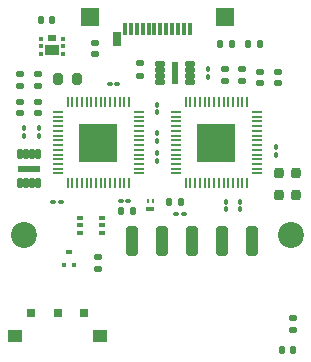
<source format=gbr>
%TF.GenerationSoftware,KiCad,Pcbnew,7.0.8*%
%TF.CreationDate,2024-04-11T03:43:44+02:00*%
%TF.ProjectId,Expansion_Card_Retrofit,45787061-6e73-4696-9f6e-5f436172645f,X1*%
%TF.SameCoordinates,Original*%
%TF.FileFunction,Soldermask,Top*%
%TF.FilePolarity,Negative*%
%FSLAX46Y46*%
G04 Gerber Fmt 4.6, Leading zero omitted, Abs format (unit mm)*
G04 Created by KiCad (PCBNEW 7.0.8) date 2024-04-11 03:43:44*
%MOMM*%
%LPD*%
G01*
G04 APERTURE LIST*
G04 Aperture macros list*
%AMRoundRect*
0 Rectangle with rounded corners*
0 $1 Rounding radius*
0 $2 $3 $4 $5 $6 $7 $8 $9 X,Y pos of 4 corners*
0 Add a 4 corners polygon primitive as box body*
4,1,4,$2,$3,$4,$5,$6,$7,$8,$9,$2,$3,0*
0 Add four circle primitives for the rounded corners*
1,1,$1+$1,$2,$3*
1,1,$1+$1,$4,$5*
1,1,$1+$1,$6,$7*
1,1,$1+$1,$8,$9*
0 Add four rect primitives between the rounded corners*
20,1,$1+$1,$2,$3,$4,$5,0*
20,1,$1+$1,$4,$5,$6,$7,0*
20,1,$1+$1,$6,$7,$8,$9,0*
20,1,$1+$1,$8,$9,$2,$3,0*%
G04 Aperture macros list end*
%ADD10RoundRect,0.135000X-0.185000X0.135000X-0.185000X-0.135000X0.185000X-0.135000X0.185000X0.135000X0*%
%ADD11R,0.800000X0.800000*%
%ADD12R,1.300000X1.000000*%
%ADD13RoundRect,0.135000X0.185000X-0.135000X0.185000X0.135000X-0.185000X0.135000X-0.185000X-0.135000X0*%
%ADD14RoundRect,0.147500X-0.147500X-0.172500X0.147500X-0.172500X0.147500X0.172500X-0.147500X0.172500X0*%
%ADD15RoundRect,0.100000X-0.130000X-0.100000X0.130000X-0.100000X0.130000X0.100000X-0.130000X0.100000X0*%
%ADD16RoundRect,0.200000X0.200000X0.250000X-0.200000X0.250000X-0.200000X-0.250000X0.200000X-0.250000X0*%
%ADD17RoundRect,0.100000X0.130000X0.100000X-0.130000X0.100000X-0.130000X-0.100000X0.130000X-0.100000X0*%
%ADD18RoundRect,0.200000X0.200000X0.275000X-0.200000X0.275000X-0.200000X-0.275000X0.200000X-0.275000X0*%
%ADD19RoundRect,0.100000X0.100000X-0.130000X0.100000X0.130000X-0.100000X0.130000X-0.100000X-0.130000X0*%
%ADD20RoundRect,0.140000X0.170000X-0.140000X0.170000X0.140000X-0.170000X0.140000X-0.170000X-0.140000X0*%
%ADD21RoundRect,0.102000X0.150000X-0.300000X0.150000X0.300000X-0.150000X0.300000X-0.150000X-0.300000X0*%
%ADD22RoundRect,0.102000X0.850000X-0.150000X0.850000X0.150000X-0.850000X0.150000X-0.850000X-0.150000X0*%
%ADD23RoundRect,0.050000X0.050000X-0.387500X0.050000X0.387500X-0.050000X0.387500X-0.050000X-0.387500X0*%
%ADD24RoundRect,0.050000X0.387500X-0.050000X0.387500X0.050000X-0.387500X0.050000X-0.387500X-0.050000X0*%
%ADD25R,3.200000X3.200000*%
%ADD26R,1.500000X1.500000*%
%ADD27R,0.400000X0.450000*%
%ADD28R,0.500000X0.450000*%
%ADD29RoundRect,0.250000X-0.250000X-1.000000X0.250000X-1.000000X0.250000X1.000000X-0.250000X1.000000X0*%
%ADD30R,0.425000X0.400000*%
%ADD31R,1.150000X0.950000*%
%ADD32R,0.800000X0.480000*%
%ADD33RoundRect,0.135000X-0.135000X-0.185000X0.135000X-0.185000X0.135000X0.185000X-0.135000X0.185000X0*%
%ADD34R,0.380000X1.000000*%
%ADD35R,0.700000X1.150000*%
%ADD36RoundRect,0.135000X0.135000X0.185000X-0.135000X0.185000X-0.135000X-0.185000X0.135000X-0.185000X0*%
%ADD37R,0.600000X0.420000*%
%ADD38RoundRect,0.100000X-0.100000X0.130000X-0.100000X-0.130000X0.100000X-0.130000X0.100000X0.130000X0*%
%ADD39RoundRect,0.102000X-0.300000X-0.150000X0.300000X-0.150000X0.300000X0.150000X-0.300000X0.150000X0*%
%ADD40RoundRect,0.102000X-0.150000X-0.850000X0.150000X-0.850000X0.150000X0.850000X-0.150000X0.850000X0*%
%ADD41RoundRect,0.050000X-0.387500X-0.050000X0.387500X-0.050000X0.387500X0.050000X-0.387500X0.050000X0*%
%ADD42RoundRect,0.050000X-0.050000X-0.387500X0.050000X-0.387500X0.050000X0.387500X-0.050000X0.387500X0*%
%ADD43R,0.250000X0.400000*%
%ADD44R,0.700000X0.400000*%
%ADD45C,2.200000*%
%ADD46RoundRect,0.140000X-0.140000X-0.170000X0.140000X-0.170000X0.140000X0.170000X-0.140000X0.170000X0*%
G04 APERTURE END LIST*
D10*
%TO.C,R4*%
X132500000Y-101502500D03*
X132500000Y-102522500D03*
%TD*%
%TO.C,R10*%
X128200000Y-80440000D03*
X128200000Y-81460000D03*
%TD*%
%TO.C,R9*%
X126700000Y-80440000D03*
X126700000Y-81460000D03*
%TD*%
D11*
%TO.C,S1*%
X110300000Y-101086500D03*
X112550000Y-101086500D03*
X114800000Y-101086500D03*
D12*
X116150000Y-102986500D03*
X108950000Y-102986500D03*
%TD*%
D13*
%TO.C,R2*%
X116000000Y-97360000D03*
X116000000Y-96340000D03*
%TD*%
D10*
%TO.C,R1*%
X119500000Y-79940000D03*
X119500000Y-80960000D03*
%TD*%
D14*
%TO.C,D1*%
X131515000Y-104162500D03*
X132485000Y-104162500D03*
%TD*%
D15*
%TO.C,C18*%
X122580000Y-92650000D03*
X123220000Y-92650000D03*
%TD*%
D16*
%TO.C,X1*%
X132725000Y-91075000D03*
X132725000Y-89225000D03*
X131275000Y-89225000D03*
X131275000Y-91075000D03*
%TD*%
D17*
%TO.C,C10*%
X112820000Y-91650000D03*
X112180000Y-91650000D03*
%TD*%
D18*
%TO.C,R11*%
X114225000Y-81250000D03*
X112575000Y-81250000D03*
%TD*%
D19*
%TO.C,C5*%
X121000000Y-86470000D03*
X121000000Y-85830000D03*
%TD*%
D10*
%TO.C,R12*%
X110900000Y-80840000D03*
X110900000Y-81860000D03*
%TD*%
D20*
%TO.C,C8*%
X110900000Y-84130000D03*
X110900000Y-83170000D03*
%TD*%
D19*
%TO.C,C11*%
X109700000Y-86070000D03*
X109700000Y-85430000D03*
%TD*%
D21*
%TO.C,U3*%
X109350000Y-90100000D03*
X109850000Y-90100000D03*
X110350000Y-90100000D03*
X110850000Y-90100000D03*
X110850000Y-87600000D03*
X110350000Y-87600000D03*
X109850000Y-87600000D03*
X109350000Y-87600000D03*
D22*
X110100000Y-88850000D03*
%TD*%
D20*
%TO.C,C9*%
X109400000Y-81830000D03*
X109400000Y-80870000D03*
%TD*%
D19*
%TO.C,C6*%
X111000000Y-86070000D03*
X111000000Y-85430000D03*
%TD*%
D15*
%TO.C,C22*%
X117880000Y-91550000D03*
X118520000Y-91550000D03*
%TD*%
D20*
%TO.C,C7*%
X109400000Y-84130000D03*
X109400000Y-83170000D03*
%TD*%
D15*
%TO.C,C24*%
X116980000Y-81650000D03*
X117620000Y-81650000D03*
%TD*%
D23*
%TO.C,U2*%
X113400000Y-90087500D03*
X113800000Y-90087500D03*
X114200000Y-90087500D03*
X114600000Y-90087500D03*
X115000000Y-90087500D03*
X115400000Y-90087500D03*
X115800000Y-90087500D03*
X116200000Y-90087500D03*
X116600000Y-90087500D03*
X117000000Y-90087500D03*
X117400000Y-90087500D03*
X117800000Y-90087500D03*
X118200000Y-90087500D03*
X118600000Y-90087500D03*
D24*
X119437500Y-89250000D03*
X119437500Y-88850000D03*
X119437500Y-88450000D03*
X119437500Y-88050000D03*
X119437500Y-87650000D03*
X119437500Y-87250000D03*
X119437500Y-86850000D03*
X119437500Y-86450000D03*
X119437500Y-86050000D03*
X119437500Y-85650000D03*
X119437500Y-85250000D03*
X119437500Y-84850000D03*
X119437500Y-84450000D03*
X119437500Y-84050000D03*
D23*
X118600000Y-83212500D03*
X118200000Y-83212500D03*
X117800000Y-83212500D03*
X117400000Y-83212500D03*
X117000000Y-83212500D03*
X116600000Y-83212500D03*
X116200000Y-83212500D03*
X115800000Y-83212500D03*
X115400000Y-83212500D03*
X115000000Y-83212500D03*
X114600000Y-83212500D03*
X114200000Y-83212500D03*
X113800000Y-83212500D03*
X113400000Y-83212500D03*
D24*
X112562500Y-84050000D03*
X112562500Y-84450000D03*
X112562500Y-84850000D03*
X112562500Y-85250000D03*
X112562500Y-85650000D03*
X112562500Y-86050000D03*
X112562500Y-86450000D03*
X112562500Y-86850000D03*
X112562500Y-87250000D03*
X112562500Y-87650000D03*
X112562500Y-88050000D03*
X112562500Y-88450000D03*
X112562500Y-88850000D03*
X112562500Y-89250000D03*
D25*
X116000000Y-86650000D03*
%TD*%
D26*
%TO.C,TP1*%
X115300000Y-76000000D03*
%TD*%
D27*
%TO.C,Q2*%
X113100000Y-97025000D03*
X113900000Y-97025000D03*
D28*
X113500000Y-95875000D03*
%TD*%
D29*
%TO.C,J1*%
X118820000Y-94975000D03*
X121360000Y-94975000D03*
X123900000Y-94975000D03*
X126440000Y-94975000D03*
X128980000Y-94975000D03*
%TD*%
D30*
%TO.C,U1*%
X113037500Y-79125000D03*
X113037500Y-78475000D03*
X113037500Y-77825000D03*
X111162500Y-77825000D03*
X111162500Y-78475000D03*
X111162500Y-79125000D03*
D31*
X112100000Y-78800000D03*
D32*
X112100000Y-77775000D03*
%TD*%
D26*
%TO.C,TP3*%
X126700000Y-76000000D03*
%TD*%
D33*
%TO.C,R16*%
X121990000Y-91650000D03*
X123010000Y-91650000D03*
%TD*%
D34*
%TO.C,P1*%
X118250000Y-77040000D03*
X118750000Y-77040000D03*
X119250000Y-77040000D03*
X119750000Y-77040000D03*
X120250000Y-77040000D03*
X120750000Y-77040000D03*
X121250000Y-77040000D03*
X121750000Y-77040000D03*
X122250000Y-77040000D03*
X122750000Y-77040000D03*
X123250000Y-77040000D03*
X123750000Y-77040000D03*
D35*
X117580000Y-77880000D03*
%TD*%
D20*
%TO.C,C1*%
X115700000Y-79130000D03*
X115700000Y-78170000D03*
%TD*%
D36*
%TO.C,R17*%
X129710000Y-78250000D03*
X128690000Y-78250000D03*
%TD*%
D33*
%TO.C,R15*%
X117890000Y-92450000D03*
X118910000Y-92450000D03*
%TD*%
D37*
%TO.C,Q3*%
X114450000Y-93000000D03*
X114450000Y-93650000D03*
X114450000Y-94300000D03*
X116350000Y-94300000D03*
X116350000Y-93650000D03*
X116350000Y-93000000D03*
%TD*%
D38*
%TO.C,C12*%
X128000000Y-91630000D03*
X128000000Y-92270000D03*
%TD*%
%TO.C,C20*%
X126800000Y-91630000D03*
X126800000Y-92270000D03*
%TD*%
D19*
%TO.C,C21*%
X131000000Y-87650000D03*
X131000000Y-87010000D03*
%TD*%
D20*
%TO.C,C15*%
X131200000Y-81630000D03*
X131200000Y-80670000D03*
%TD*%
D19*
%TO.C,C16*%
X121000000Y-84070000D03*
X121000000Y-83430000D03*
%TD*%
D39*
%TO.C,U5*%
X121250000Y-80000000D03*
X121250000Y-80500000D03*
X121250000Y-81000000D03*
X121250000Y-81500000D03*
X123750000Y-81500000D03*
X123750000Y-81000000D03*
X123750000Y-80500000D03*
X123750000Y-80000000D03*
D40*
X122500000Y-80750000D03*
%TD*%
D20*
%TO.C,C14*%
X129700000Y-81630000D03*
X129700000Y-80670000D03*
%TD*%
D41*
%TO.C,U4*%
X122562500Y-84050000D03*
X122562500Y-84450000D03*
X122562500Y-84850000D03*
X122562500Y-85250000D03*
X122562500Y-85650000D03*
X122562500Y-86050000D03*
X122562500Y-86450000D03*
X122562500Y-86850000D03*
X122562500Y-87250000D03*
X122562500Y-87650000D03*
X122562500Y-88050000D03*
X122562500Y-88450000D03*
X122562500Y-88850000D03*
X122562500Y-89250000D03*
D42*
X123400000Y-90087500D03*
X123800000Y-90087500D03*
X124200000Y-90087500D03*
X124600000Y-90087500D03*
X125000000Y-90087500D03*
X125400000Y-90087500D03*
X125800000Y-90087500D03*
X126200000Y-90087500D03*
X126600000Y-90087500D03*
X127000000Y-90087500D03*
X127400000Y-90087500D03*
X127800000Y-90087500D03*
X128200000Y-90087500D03*
X128600000Y-90087500D03*
D41*
X129437500Y-89250000D03*
X129437500Y-88850000D03*
X129437500Y-88450000D03*
X129437500Y-88050000D03*
X129437500Y-87650000D03*
X129437500Y-87250000D03*
X129437500Y-86850000D03*
X129437500Y-86450000D03*
X129437500Y-86050000D03*
X129437500Y-85650000D03*
X129437500Y-85250000D03*
X129437500Y-84850000D03*
X129437500Y-84450000D03*
X129437500Y-84050000D03*
D42*
X128600000Y-83212500D03*
X128200000Y-83212500D03*
X127800000Y-83212500D03*
X127400000Y-83212500D03*
X127000000Y-83212500D03*
X126600000Y-83212500D03*
X126200000Y-83212500D03*
X125800000Y-83212500D03*
X125400000Y-83212500D03*
X125000000Y-83212500D03*
X124600000Y-83212500D03*
X124200000Y-83212500D03*
X123800000Y-83212500D03*
X123400000Y-83212500D03*
D25*
X126000000Y-86650000D03*
%TD*%
D19*
%TO.C,C13*%
X125300000Y-81070000D03*
X125300000Y-80430000D03*
%TD*%
D38*
%TO.C,C19*%
X121000000Y-87530000D03*
X121000000Y-88170000D03*
%TD*%
D43*
%TO.C,Q1*%
X120625000Y-91600000D03*
X120175000Y-91600000D03*
D44*
X120400000Y-92300000D03*
%TD*%
D14*
%TO.C,D2*%
X126315000Y-78250000D03*
X127285000Y-78250000D03*
%TD*%
D45*
%TO.C,H2*%
X132300000Y-94500000D03*
%TD*%
%TO.C,H1*%
X109700000Y-94500000D03*
%TD*%
D46*
%TO.C,C2*%
X111120000Y-76250000D03*
X112080000Y-76250000D03*
%TD*%
M02*

</source>
